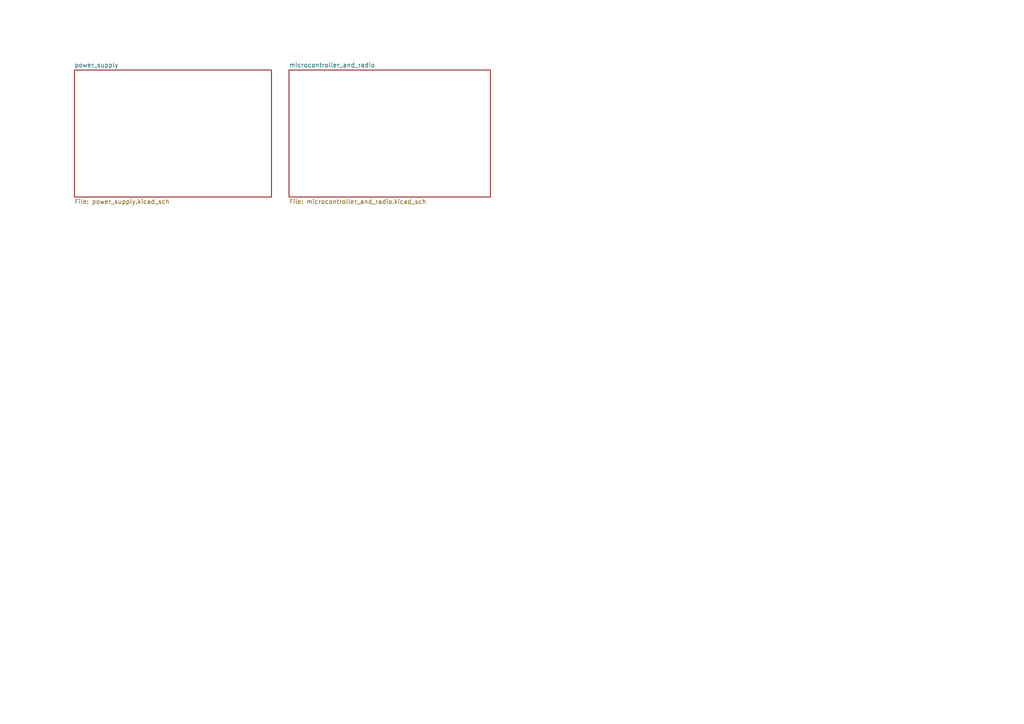
<source format=kicad_sch>
(kicad_sch (version 20211123) (generator eeschema)
  (paper "A4")
  (title_block (title "Funktürklingel Stromversorgung") (date "2022-07-31") (rev "R1"))
  (lib_symbols)
  (sheet (at 21.59 20.32) (size 57.15 36.83) (stroke (width 0.1524))
    (property "Sheet name" "power_supply" (at 21.59 19.6084 0) (effects (justify left bottom)))
    (property "Sheet file" "power_supply.kicad_sch" (at 21.59 57.7346 0) (effects (justify left top)))
  )
  (sheet (at 83.82 20.32) (size 58.42 36.83) (stroke (width 0.1524))
    (property "Sheet name" "microcontroller_and_radio" (at 83.82 19.6084 0) (effects (justify left bottom)))
    (property "Sheet file" "microcontroller_and_radio.kicad_sch" (at 83.82 57.7346 0) (effects (justify left top)))
  )
)
</source>
